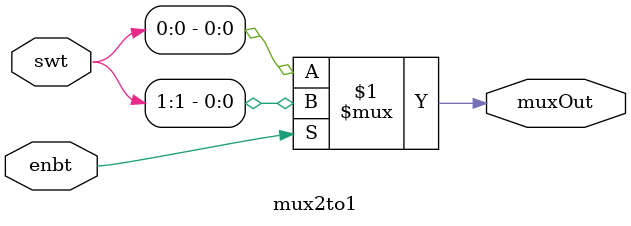
<source format=sv>
`timescale 1ns / 1ps

module mux2to1(
    input logic[1:0] swt,
    input logic enbt,
    output logic muxOut
    );
    
    assign muxOut = enbt ? swt[1]:swt[0];
    
endmodule
</source>
